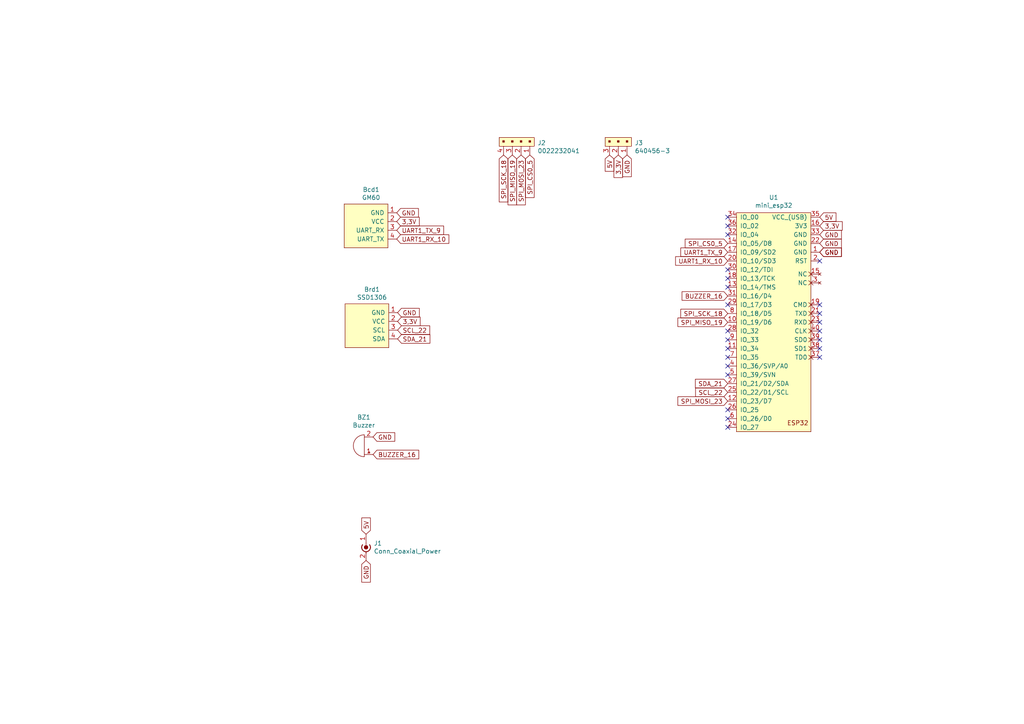
<source format=kicad_sch>
(kicad_sch (version 20250114) (generator "eeschema") (generator_version "9.0")
  (paper "A4")
  (title_block (title "Barcode Scanner for ESPHome") (date "2023-03-05") (rev "1.0") (company "SmartHome yourself"))
  (lib_symbols
    (symbol "Connector:Conn_Coaxial_Power" (pin_names (offset 1.016) (hide yes))
      (property "Reference" "J" (at -5.08 -1.27 90))
      (property "Value" "Conn_Coaxial_Power" (at -3.175 -1.27 90))
      (symbol "Conn_Coaxial_Power_0_1"
        (arc (start 1.016 -0.508) (mid 1.2048 -0.8684) (end 1.27 -1.27) (stroke (width 0.254)))
        (polyline (pts (xy 0 0) (xy 0 -1.27)))
        (arc (start 1.27 -1.27) (mid 0 -2.5345) (end -1.27 -1.27) (stroke (width 0.254)))
        (arc (start -1.27 -1.27) (mid -1.2048 -0.8684) (end -1.016 -0.508) (stroke (width 0.254)))
        (circle (center 0 -1.27) (radius 0.508) (stroke (width 0.2032)) (fill (type outline)))
        (polyline (pts (xy 0 -2.54) (xy 0 -3.048)))
      )
      (symbol "Conn_Coaxial_Power_1_1"
        (pin passive line (at 0 2.54 270) (length 2.54) (name "In") (number "1"))
        (pin passive line (at 0 -5.08 90) (length 2.54) (name "Ext") (number "2"))
      )
    )
    (symbol "Device:Buzzer" (pin_names (offset 0.0254) (hide yes))
      (property "Reference" "BZ" (at 3.81 1.27 0))
      (property "Value" "Buzzer" (at 3.81 -1.27 0))
      (symbol "Buzzer_0_1"
        (polyline (pts (xy -1.651 1.905) (xy -1.143 1.905)))
        (polyline (pts (xy -1.397 2.159) (xy -1.397 1.651)))
        (arc (start 0 3.175) (mid 3.1612 0) (end 0 -3.175))
        (polyline (pts (xy 0 3.175) (xy 0 -3.175)))
      )
      (symbol "Buzzer_1_1"
        (pin passive line (at -2.54 2.54 0) (length 2.54) (name "+") (number "1"))
        (pin passive line (at -2.54 -2.54 0) (length 2.54) (name "-") (number "2"))
      )
    )
    (symbol "dk_Rectangular-Connectors-Headers-Male-Pins:0022232041" (pin_names (offset 1.016))
      (property "Reference" "J" (at -2.54 1.27 0))
      (property "Value" "0022232041" (at 3.81 -3.81 0))
      (symbol "0022232041_1_1"
        (rectangle (start -1.27 0) (end 8.89 -2.54) (fill (type background)))
        (rectangle (start -0.254 -1.143) (end 0.254 -1.651) (fill (type outline)))
        (rectangle (start 2.286 -1.143) (end 2.794 -1.651) (fill (type outline)))
        (rectangle (start 4.826 -1.143) (end 5.334 -1.651) (fill (type outline)))
        (rectangle (start 7.366 -1.143) (end 7.874 -1.651) (fill (type outline)))
        (pin passive line (at 0 2.54 270) (length 2.54) (name "~") (number "1"))
        (pin passive line (at 2.54 2.54 270) (length 2.54) (name "~") (number "2"))
        (pin passive line (at 5.08 2.54 270) (length 2.54) (name "~") (number "3"))
        (pin passive line (at 7.62 2.54 270) (length 2.54) (name "~") (number "4"))
      )
    )
    (symbol "dk_Rectangular-Connectors-Headers-Male-Pins:640456-3" (pin_names (offset 1.016))
      (property "Reference" "J" (at -2.54 1.27 0))
      (property "Value" "640456-3" (at 2.54 -3.81 0))
      (symbol "640456-3_1_1"
        (rectangle (start -1.27 0) (end 6.35 -2.54) (fill (type background)))
        (rectangle (start -0.254 -1.143) (end 0.254 -1.651) (fill (type outline)))
        (rectangle (start 2.286 -1.143) (end 2.794 -1.651) (fill (type outline)))
        (rectangle (start 4.826 -1.143) (end 5.334 -1.651) (fill (type outline)))
        (pin passive line (at 0 2.54 270) (length 2.54) (name "~") (number "1"))
        (pin passive line (at 2.54 2.54 270) (length 2.54) (name "~") (number "2"))
        (pin passive line (at 5.08 2.54 270) (length 2.54) (name "~") (number "3"))
      )
    )
    (symbol "esp32mini:mini_esp32" (pin_names (offset 1.016))
      (property "Reference" "U" (at -7.62 -50.8 0))
      (property "Value" "esp32mini_mini_esp32" (at 5.08 -59.69 0))
      (symbol "mini_esp32_0_0"
        (text "ESP32" (at 7.62 -62.23 0) (effects (font (size 1.27 1.27))))
        (pin bidirectional line (at -12.7 -45.72 0) (length 2.54) (name "IO_36/SVP/A0") (number "4"))
        (pin bidirectional line (at -12.7 -48.26 0) (length 2.54) (name "IO_39/SVN") (number "5"))
        (pin power_in line (at 13.97 -12.7 180) (length 2.54) (name "GND") (number "1"))
        (pin input line (at 13.97 -15.24 180) (length 2.54) (name "RST") (number "2"))
        (pin no_connect non_logic (at 13.97 -21.59 180) (length 2.54) (name "NC") (number "3"))
      )
      (symbol "mini_esp32_0_1"
        (rectangle (start -10.16 -1.27) (end 11.43 -64.77) (fill (type background)))
      )
      (symbol "mini_esp32_1_1"
        (pin bidirectional line (at -12.7 -2.54 0) (length 2.54) (name "IO_00") (number "34"))
        (pin bidirectional line (at -12.7 -5.08 0) (length 2.54) (name "IO_02") (number "36"))
        (pin bidirectional line (at -12.7 -7.62 0) (length 2.54) (name "IO_04") (number "32"))
        (pin bidirectional line (at -12.7 -10.16 0) (length 2.54) (name "IO_05/D8") (number "14"))
        (pin bidirectional line (at -12.7 -12.7 0) (length 2.54) (name "IO_09/SD2") (number "17"))
        (pin bidirectional line (at -12.7 -15.24 0) (length 2.54) (name "IO_10/SD3") (number "20"))
        (pin bidirectional line (at -12.7 -17.78 0) (length 2.54) (name "IO_12/TDI") (number "30"))
        (pin bidirectional line (at -12.7 -20.32 0) (length 2.54) (name "IO_13/TCK") (number "18"))
        (pin bidirectional line (at -12.7 -22.86 0) (length 2.54) (name "IO_14/TMS") (number "13"))
        (pin bidirectional line (at -12.7 -25.4 0) (length 2.54) (name "IO_16/D4") (number "31"))
        (pin bidirectional line (at -12.7 -27.94 0) (length 2.54) (name "IO_17/D3") (number "29"))
        (pin bidirectional line (at -12.7 -30.48 0) (length 2.54) (name "IO_18/D5") (number "8"))
        (pin bidirectional line (at -12.7 -33.02 0) (length 2.54) (name "IO_19/D6") (number "10"))
        (pin bidirectional line (at -12.7 -35.56 0) (length 2.54) (name "IO_32") (number "28"))
        (pin bidirectional line (at -12.7 -38.1 0) (length 2.54) (name "IO_33") (number "9"))
        (pin bidirectional line (at -12.7 -40.64 0) (length 2.54) (name "IO_34") (number "11"))
        (pin bidirectional line (at -12.7 -43.18 0) (length 2.54) (name "IO_35") (number "7"))
        (pin bidirectional line (at -12.7 -50.8 0) (length 2.54) (name "IO_21/D2/SDA") (number "27"))
        (pin bidirectional line (at -12.7 -53.34 0) (length 2.54) (name "IO_22/D1/SCL") (number "25"))
        (pin bidirectional line (at -12.7 -55.88 0) (length 2.54) (name "IO_23/D7") (number "12"))
        (pin bidirectional line (at -12.7 -58.42 0) (length 2.54) (name "IO_25") (number "26"))
        (pin bidirectional line (at -12.7 -60.96 0) (length 2.54) (name "IO_26/D0") (number "6"))
        (pin bidirectional line (at -12.7 -63.5 0) (length 2.54) (name "IO_27") (number "24"))
        (pin power_in line (at 13.97 -2.54 180) (length 2.54) (name "VCC_(USB)") (number "35"))
        (pin power_in line (at 13.97 -5.08 180) (length 2.54) (name "3V3") (number "16"))
        (pin power_in line (at 13.97 -7.62 180) (length 2.54) (name "GND") (number "33"))
        (pin power_in line (at 13.97 -10.16 180) (length 2.54) (name "GND") (number "22"))
        (pin no_connect non_logic (at 13.97 -19.05 180) (length 2.54) (name "NC") (number "15"))
        (pin passive non_logic (at 13.97 -27.94 180) (length 2.54) (name "CMD") (number "19"))
        (pin passive non_logic (at 13.97 -30.48 180) (length 2.54) (name "TXD") (number "21"))
        (pin passive non_logic (at 13.97 -33.02 180) (length 2.54) (name "RXD") (number "23"))
        (pin passive non_logic (at 13.97 -35.56 180) (length 2.54) (name "CLK") (number "40"))
        (pin passive non_logic (at 13.97 -38.1 180) (length 2.54) (name "SD0") (number "39"))
        (pin passive non_logic (at 13.97 -40.64 180) (length 2.54) (name "SD1") (number "38"))
        (pin passive non_logic (at 13.97 -43.18 180) (length 2.54) (name "TD0") (number "37"))
      )
    )
    (symbol "sensors:GM60" (pin_names (offset 1.016))
      (property "Reference" "Bcd" (at -5.08 -2.54 0))
      (property "Value" "sensors_GM60" (at -5.08 -5.08 0))
      (symbol "GM60_0_1"
        (rectangle (start -6.35 6.35) (end 6.35 -6.35) (fill (type background)))
      )
      (symbol "GM60_1_1"
        (pin input line (at -3.81 8.89 270) (length 2.54) (name "GND") (number "1"))
        (pin input line (at -1.27 8.89 270) (length 2.54) (name "VCC") (number "2"))
        (pin input line (at 1.27 8.89 270) (length 2.54) (name "UART_RX") (number "3"))
        (pin input line (at 3.81 8.89 270) (length 2.54) (name "UART_TX") (number "4"))
      )
    )
    (symbol "ssd1306:SSD1306" (pin_names (offset 1.016))
      (property "Reference" "Brd" (at 0 -3.81 0))
      (property "Value" "ssd1306_SSD1306" (at 0 -1.27 0))
      (symbol "SSD1306_0_1"
        (rectangle (start -6.35 6.35) (end 6.35 -6.35) (fill (type background)))
      )
      (symbol "SSD1306_1_1"
        (pin input line (at -3.81 8.89 270) (length 2.54) (name "GND") (number "1"))
        (pin input line (at -1.27 8.89 270) (length 2.54) (name "VCC") (number "2"))
        (pin input line (at 1.27 8.89 270) (length 2.54) (name "SCL") (number "3"))
        (pin input line (at 3.81 8.89 270) (length 2.54) (name "SDA") (number "4"))
      )
    )
  )
  (no_connect (at 211.074 78.232))
  (no_connect (at 211.074 103.632))
  (no_connect (at 211.074 83.312))
  (no_connect (at 211.074 106.172))
  (no_connect (at 211.074 123.952))
  (no_connect (at 237.744 88.392))
  (no_connect (at 237.744 101.092))
  (no_connect (at 211.074 96.012))
  (no_connect (at 211.074 80.772))
  (no_connect (at 211.074 118.872))
  (no_connect (at 237.744 93.472))
  (no_connect (at 211.074 101.092))
  (no_connect (at 211.074 68.072))
  (no_connect (at 237.744 90.932))
  (no_connect (at 237.744 75.692))
  (no_connect (at 237.744 98.552))
  (no_connect (at 237.744 96.012))
  (no_connect (at 237.744 103.632))
  (no_connect (at 211.074 108.712))
  (no_connect (at 211.074 88.392))
  (no_connect (at 211.074 121.412))
  (no_connect (at 211.074 62.992))
  (no_connect (at 211.074 98.552))
  (no_connect (at 211.074 65.532))
  (global_label "SCL_22" (shape input) (at 115.316 95.758 0) (property "Intersheetrefs" "${INTERSHEET_REFS}" (effects (hide yes))))
  (global_label "SPI_SCK_18" (shape input) (at 211.074 90.932 180) (property "Intersheetrefs" "${INTERSHEET_REFS}" (effects (hide yes))))
  (global_label "SPI_CS0_5" (shape input) (at 211.074 70.612 180) (property "Intersheetrefs" "${INTERSHEET_REFS}" (effects (hide yes))))
  (global_label "3,3V" (shape input) (at 115.062 64.262 0) (property "Intersheetrefs" "${INTERSHEET_REFS}" (effects (hide yes))))
  (global_label "3,3V" (shape input) (at 115.316 93.218 0) (property "Intersheetrefs" "${INTERSHEET_REFS}" (effects (hide yes))))
  (global_label "GND" (shape input) (at 237.744 70.612 0) (property "Intersheetrefs" "${INTERSHEET_REFS}" (effects (hide yes))))
  (global_label "5V" (shape input) (at 237.744 62.992 0) (property "Intersheetrefs" "${INTERSHEET_REFS}" (effects (hide yes))))
  (global_label "SPI_MOSI_23" (shape input) (at 151.13 44.958 270) (property "Intersheetrefs" "${INTERSHEET_REFS}" (effects (hide yes))))
  (global_label "GND" (shape input) (at 106.172 162.56 270) (property "Intersheetrefs" "${INTERSHEET_REFS}" (effects (hide yes))))
  (global_label "SPI_SCK_18" (shape input) (at 146.05 44.958 270) (property "Intersheetrefs" "${INTERSHEET_REFS}" (effects (hide yes))))
  (global_label "3,3V" (shape input) (at 237.744 65.532 0) (property "Intersheetrefs" "${INTERSHEET_REFS}" (effects (hide yes))))
  (global_label "UART1_RX_10" (shape input) (at 211.074 75.692 180) (property "Intersheetrefs" "${INTERSHEET_REFS}" (effects (hide yes))))
  (global_label "SPI_MOSI_23" (shape input) (at 211.074 116.332 180) (property "Intersheetrefs" "${INTERSHEET_REFS}" (effects (hide yes))))
  (global_label "5V" (shape input) (at 106.172 154.94 90) (property "Intersheetrefs" "${INTERSHEET_REFS}" (effects (hide yes))))
  (global_label "SDA_21" (shape input) (at 211.074 111.252 180) (property "Intersheetrefs" "${INTERSHEET_REFS}" (effects (hide yes))))
  (global_label "SPI_MISO_19" (shape input) (at 148.59 44.958 270) (property "Intersheetrefs" "${INTERSHEET_REFS}" (effects (hide yes))))
  (global_label "SCL_22" (shape input) (at 211.074 113.792 180) (property "Intersheetrefs" "${INTERSHEET_REFS}" (effects (hide yes))))
  (global_label "3,3V" (shape input) (at 179.324 44.958 270) (property "Intersheetrefs" "${INTERSHEET_REFS}" (effects (hide yes))))
  (global_label "BUZZER_16" (shape input) (at 108.204 131.826 0) (property "Intersheetrefs" "${INTERSHEET_REFS}" (effects (hide yes))))
  (global_label "GND" (shape input) (at 237.744 73.152 0) (property "Intersheetrefs" "${INTERSHEET_REFS}" (effects (hide yes))))
  (global_label "SDA_21" (shape input) (at 115.316 98.298 0) (property "Intersheetrefs" "${INTERSHEET_REFS}" (effects (hide yes))))
  (global_label "UART1_TX_9" (shape input) (at 211.074 73.152 180) (property "Intersheetrefs" "${INTERSHEET_REFS}" (effects (hide yes))))
  (global_label "SPI_MISO_19" (shape input) (at 211.074 93.472 180) (property "Intersheetrefs" "${INTERSHEET_REFS}" (effects (hide yes))))
  (global_label "SPI_CS0_5" (shape input) (at 153.67 44.958 270) (property "Intersheetrefs" "${INTERSHEET_REFS}" (effects (hide yes))))
  (global_label "GND" (shape input) (at 115.316 90.678 0) (property "Intersheetrefs" "${INTERSHEET_REFS}" (effects (hide yes))))
  (global_label "GND" (shape input) (at 181.864 44.958 270) (property "Intersheetrefs" "${INTERSHEET_REFS}" (effects (hide yes))))
  (global_label "GND" (shape input) (at 115.062 61.722 0) (property "Intersheetrefs" "${INTERSHEET_REFS}" (effects (hide yes))))
  (global_label "BUZZER_16" (shape input) (at 211.074 85.852 180) (property "Intersheetrefs" "${INTERSHEET_REFS}" (effects (hide yes))))
  (global_label "GND" (shape input) (at 237.744 68.072 0) (property "Intersheetrefs" "${INTERSHEET_REFS}" (effects (hide yes))))
  (global_label "UART1_TX_9" (shape input) (at 115.062 66.802 0) (property "Intersheetrefs" "${INTERSHEET_REFS}" (effects (hide yes))))
  (global_label "GND" (shape input) (at 237.744 73.152 0) (property "Intersheetrefs" "${INTERSHEET_REFS}" (effects (hide yes))))
  (global_label "5V" (shape input) (at 176.784 44.958 270) (property "Intersheetrefs" "${INTERSHEET_REFS}" (effects (hide yes))))
  (global_label "GND" (shape input) (at 108.204 126.746 0) (property "Intersheetrefs" "${INTERSHEET_REFS}" (effects (hide yes))))
  (global_label "UART1_RX_10" (shape input) (at 115.062 69.342 0) (property "Intersheetrefs" "${INTERSHEET_REFS}" (effects (hide yes))))
  (symbol (lib_id "esp32mini:mini_esp32") (at 223.774 60.452 0) (unit 1)
    (property "Reference" "U1" (at 224.409 57.277 0))
    (property "Value" "mini_esp32" (at 224.409 59.5884 0))
    (property "Footprint" "esp32mini:ESP32_mini" (effects (hide yes)))
  )
  (symbol (lib_id "Device:Buzzer") (at 105.664 129.286 180) (unit 1)
    (property "Reference" "BZ1" (at 105.537 121.031 0))
    (property "Value" "Buzzer" (at 105.537 123.3424 0))
    (property "Footprint" "Buzzers_Beepers:Buzzer_12x9.5RM7.6" (effects (hide yes)))
  )
  (symbol (lib_id "ssd1306:SSD1306") (at 106.426 94.488 270) (unit 1)
    (property "Reference" "Brd1" (at 107.8992 83.947 90))
    (property "Value" "SSD1306" (at 107.8992 86.2584 90))
    (property "Footprint" "Pin_Headers:Pin_Header_Straight_1x04_Pitch2.54mm" (effects (hide yes)))
  )
  (symbol (lib_id "sensors:GM60") (at 106.172 65.532 270) (unit 1)
    (property "Reference" "Bcd1" (at 107.6452 54.991 90))
    (property "Value" "GM60" (at 107.6452 57.3024 90))
    (property "Footprint" "Pin_Headers:Pin_Header_Straight_1x04_Pitch2.54mm" (effects (hide yes)))
  )
  (symbol (lib_id "Connector:Conn_Coaxial_Power") (at 106.172 157.48 0) (unit 1)
    (property "Reference" "J1" (at 108.4072 157.5816 0) (effects (justify left)))
    (property "Value" "Conn_Coaxial_Power" (at 108.4072 159.893 0) (effects (justify left)))
    (property "Footprint" "Connectors_Terminal_Blocks:TerminalBlock_Altech_AK300-2_P5.00mm" (effects (hide yes)))
  )
  (symbol (lib_id "dk_Rectangular-Connectors-Headers-Male-Pins:0022232041") (at 153.67 42.418 180) (unit 1)
    (property "Reference" "J2" (at 155.9052 41.4528 0) (effects (justify right)))
    (property "Value" "0022232041" (at 155.9052 43.7642 0) (effects (justify right)))
    (property "Footprint" "Pin_Headers:Pin_Header_Straight_1x04_Pitch2.54mm" (effects (hide yes)))
    (property "Datasheet" "https://www.molex.com/pdm_docs/sd/022232041_sd.pdf" (effects (hide yes)))
    (property "Digi-Key_PN" "WM4202-ND" (effects (hide yes)))
    (property "MPN" "0022232041" (effects (hide yes)))
    (property "Category" "Connectors, Interconnects" (effects (hide yes)))
    (property "Family" "Rectangular Connectors - Headers, Male Pins" (effects (hide yes)))
    (property "DK_Datasheet_Link" "https://www.molex.com/pdm_docs/sd/022232041_sd.pdf" (effects (hide yes)))
    (property "DK_Detail_Page" "/product-detail/en/molex/0022232041/WM4202-ND/26671" (effects (hide yes)))
    (property "Description" "CONN HEADER VERT 4POS 2.54MM" (effects (hide yes)))
    (property "Manufacturer" "Molex" (effects (hide yes)))
    (property "Status" "Active" (effects (hide yes)))
  )
  (symbol (lib_id "dk_Rectangular-Connectors-Headers-Male-Pins:640456-3") (at 181.864 42.418 180) (unit 1)
    (property "Reference" "J3" (at 184.0992 41.4528 0) (effects (justify right)))
    (property "Value" "640456-3" (at 184.0992 43.7642 0) (effects (justify right)))
    (property "Footprint" "Pin_Headers:Pin_Header_Straight_1x03_Pitch2.54mm" (effects (hide yes)))
    (property "Datasheet" "https://www.te.com/commerce/DocumentDelivery/DDEController?Action=srchrtrv&DocNm=640456&DocType=Customer+Drawing&DocLang=English" (effects (hide yes)))
    (property "Digi-Key_PN" "A19470-ND" (effects (hide yes)))
    (property "MPN" "640456-3" (effects (hide yes)))
    (property "Category" "Connectors, Interconnects" (effects (hide yes)))
    (property "Family" "Rectangular Connectors - Headers, Male Pins" (effects (hide yes)))
    (property "DK_Datasheet_Link" "https://www.te.com/commerce/DocumentDelivery/DDEController?Action=srchrtrv&DocNm=640456&DocType=Customer+Drawing&DocLang=English" (effects (hide yes)))
    (property "DK_Detail_Page" "/product-detail/en/te-connectivity-amp-connectors/640456-3/A19470-ND/259010" (effects (hide yes)))
    (property "Description" "CONN HEADER VERT 3POS 2.54MM" (effects (hide yes)))
    (property "Manufacturer" "TE Connectivity AMP Connectors" (effects (hide yes)))
    (property "Status" "Active" (effects (hide yes)))
  )
)
</source>
